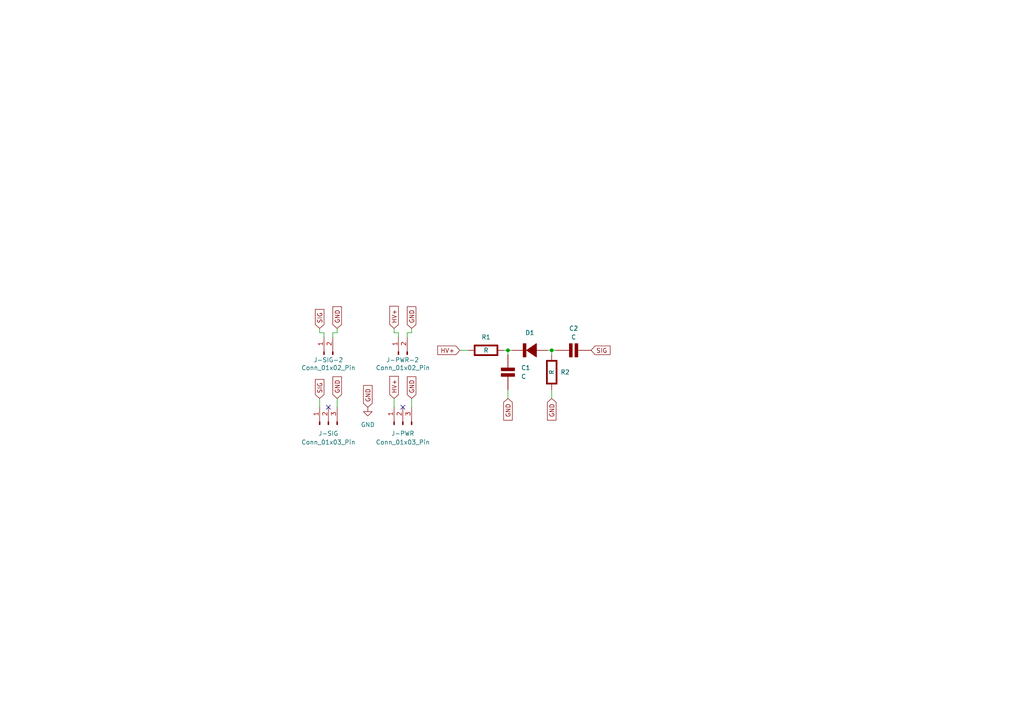
<source format=kicad_sch>
(kicad_sch (version 20231120) (generator "eeschema") (generator_version "8.0")
  (paper "A4")
  (lib_symbols
    (symbol "Connector:Conn_01x02_Pin" (pin_names (offset 1.016) hide)
      (property "Reference" "J" (at 0 2.54 0))
      (property "Value" "Conn_01x02_Pin" (at 0 -5.08 0))
      (symbol "Conn_01x02_Pin_1_1"
        (polyline (pts (xy 1.27 -2.54) (xy 0.8636 -2.54)) (stroke (width 0.1524)))
        (polyline (pts (xy 1.27 0) (xy 0.8636 0)) (stroke (width 0.1524)))
        (rectangle (start 0.8636 -2.413) (end 0 -2.667) (stroke (width 0.1524)) (fill (type outline)))
        (rectangle (start 0.8636 0.127) (end 0 -0.127) (stroke (width 0.1524)) (fill (type outline)))
        (pin passive line (at 5.08 0 180) (length 3.81) (name "Pin_1") (number "1"))
        (pin passive line (at 5.08 -2.54 180) (length 3.81) (name "Pin_2") (number "2"))
      )
    )
    (symbol "Connector:Conn_01x03_Pin" (pin_names (offset 1.016) hide)
      (property "Reference" "J" (at 0 5.08 0))
      (property "Value" "Conn_01x03_Pin" (at 0 -5.08 0))
      (symbol "Conn_01x03_Pin_1_1"
        (polyline (pts (xy 1.27 -2.54) (xy 0.8636 -2.54)) (stroke (width 0.1524)))
        (polyline (pts (xy 1.27 0) (xy 0.8636 0)) (stroke (width 0.1524)))
        (polyline (pts (xy 1.27 2.54) (xy 0.8636 2.54)) (stroke (width 0.1524)))
        (rectangle (start 0.8636 -2.413) (end 0 -2.667) (stroke (width 0.1524)) (fill (type outline)))
        (rectangle (start 0.8636 0.127) (end 0 -0.127) (stroke (width 0.1524)) (fill (type outline)))
        (rectangle (start 0.8636 2.667) (end 0 2.413) (stroke (width 0.1524)) (fill (type outline)))
        (pin passive line (at 5.08 2.54 180) (length 3.81) (name "Pin_1") (number "1"))
        (pin passive line (at 5.08 0 180) (length 3.81) (name "Pin_2") (number "2"))
        (pin passive line (at 5.08 -2.54 180) (length 3.81) (name "Pin_3") (number "3"))
      )
    )
    (symbol "PCM_Elektuur:C" (pin_numbers hide) (pin_names (offset 0) hide)
      (property "Reference" "C" (at 0.635 3.175 0))
      (property "Value" "C" (at 0.635 -3.175 0))
      (symbol "C_1_1"
        (rectangle (start -1.905 -0.4318) (end 1.905 -1.1938) (stroke (width 0.254)) (fill (type outline)))
        (rectangle (start -1.905 1.1938) (end 1.905 0.4318) (stroke (width 0.254)) (fill (type outline)))
        (pin passive line (at 0 5.08 270) (length 3.8862) (name "+") (number "1"))
        (pin passive line (at 0 -5.08 90) (length 3.8862) (name "-") (number "2"))
      )
      (symbol "C_1_2"
        (polyline (pts (xy -1.905 -1.4986) (xy 1.905 -1.4986) (xy 1.905 -0.4318) (xy -1.905 -0.4318) (xy -1.905 -1.4986) (xy -1.8034 -1.397) (xy -1.8034 -0.5334) (xy 1.8034 -0.5334) (xy 1.8034 -1.397) (xy -1.8034 -1.397) (xy -1.905 -1.4986)) (stroke (width 0.254)) (fill (type outline)))
        (polyline (pts (xy -1.905 0.4318) (xy 1.905 0.4318) (xy 1.905 1.4986) (xy -1.905 1.4986) (xy -1.905 0.4318) (xy -1.8034 0.5334) (xy -1.8034 1.397) (xy 1.8034 1.397) (xy 1.8034 0.5334) (xy -1.8034 0.5334) (xy -1.905 0.4318)) (stroke (width 0.254)) (fill (type outline)))
        (pin passive line (at 0 5.08 270) (length 3.5814) (name "+") (number "1"))
        (pin passive line (at 0 -5.08 90) (length 3.5814) (name "-") (number "2"))
      )
    )
    (symbol "PCM_Elektuur:D" (pin_numbers hide) (pin_names (offset 0) hide)
      (property "Reference" "D" (at 0.635 3.175 0))
      (property "Value" "${SIM.PARAMS}" (at 0.635 -3.175 0))
      (symbol "D_1_0"
        (pin passive line (at 0 -5.08 90) (length 3.175) (name "K-") (number "1"))
        (pin passive line (at 0 5.08 270) (length 3.175) (name "A+") (number "2"))
      )
      (symbol "D_1_1"
        (polyline (pts (xy -1.905 -1.905) (xy 1.905 -1.905) (xy 1.905 -1.143) (xy 0 -1.143) (xy 0 -0.889) (xy 1.905 1.905) (xy -1.905 1.905) (xy 0 -0.889) (xy 0 -1.143) (xy -1.905 -1.143) (xy -1.905 -1.905)) (stroke (width 0.254)) (fill (type outline)))
      )
      (symbol "D_1_2"
        (polyline (pts (xy -0.127 -1.905) (xy 1.905 -1.905) (xy 1.905 -1.143) (xy 0 -1.143) (xy 0 -0.889) (xy 1.905 1.905) (xy -0.0254 1.905) (xy -0.9652 0.5334) (xy 0 -0.889) (xy 0 -1.143) (xy -0.127 -1.143) (xy -0.127 -1.905)) (stroke (width 0.254)) (fill (type outline)))
      )
    )
    (symbol "PCM_Elektuur:R" (pin_numbers hide) (pin_names (offset 0) hide)
      (property "Reference" "R" (at 2.54 3.175 0))
      (property "Value" "R" (at 0 0 90))
      (symbol "R_1_1"
        (polyline (pts (xy -1.524 -3.429) (xy 1.524 -3.429) (xy 1.524 3.429) (xy -1.524 3.429) (xy -1.524 -3.429) (xy -1.27 -3.175) (xy -1.27 3.175) (xy 1.27 3.175) (xy 1.27 -3.175) (xy -1.27 -3.175) (xy -1.524 -3.429)) (stroke (width 0.254)) (fill (type outline)))
        (pin passive line (at 0 5.08 270) (length 1.651) (name "+") (number "1"))
        (pin passive line (at 0 -5.08 90) (length 1.651) (name "-") (number "2"))
      )
      (symbol "R_1_2"
        (polyline (pts (xy -0.508 -3.429) (xy 1.524 -3.429) (xy 1.524 3.429) (xy -0.508 3.429) (xy -0.508 3.175) (xy 1.27 3.175) (xy 1.27 -3.175) (xy -0.508 -3.175) (xy -0.508 -3.429)) (stroke (width 0.254)) (fill (type outline)))
        (pin passive line (at 0 5.08 270) (length 1.651) (name "+") (number "1"))
        (pin passive line (at 0 -5.08 90) (length 1.651) (name "-") (number "2"))
      )
      (symbol "R_1_3"
        (polyline (pts (xy 0 3.4798) (xy 0 3.2004) (xy 0.7112 2.794) (xy -1.1938 1.6764) (xy 0.7112 0.5588) (xy -1.1938 -0.5588) (xy 0.7112 -1.6764) (xy -1.1938 -2.794) (xy 0 -3.4798) (xy 0 -3.2004) (xy -0.7112 -2.794) (xy 1.1938 -1.6764) (xy -0.7112 -0.5588) (xy 1.1938 0.5588) (xy -0.7112 1.6764) (xy 1.1938 2.794) (xy 0 3.4798)) (stroke (width 0.254)) (fill (type outline)))
        (pin passive line (at 0 5.08 270) (length 1.6002) (name "+") (number "1"))
        (pin passive line (at 0 -5.08 90) (length 1.6002) (name "-") (number "2"))
      )
      (symbol "R_1_4"
        (polyline (pts (xy 0 4.5466) (xy 0 4.2672) (xy 0.0508 4.2418) (xy 1.016 3.683) (xy -1.524 2.2098) (xy 1.016 0.7366) (xy -1.524 -0.7366) (xy 1.016 -2.2098) (xy -1.524 -3.683) (xy -0.0762 -4.5212) (xy 0 -4.5466) (xy 0 -4.2672) (xy -0.0508 -4.2418) (xy -1.016 -3.683) (xy 1.524 -2.2098) (xy -1.016 -0.7366) (xy 1.524 0.7366) (xy -1.016 2.2098) (xy 1.524 3.683) (xy 0.0762 4.5212) (xy 0 4.5466)) (stroke (width 0.254)) (fill (type outline)))
        (pin passive line (at 0 5.08 270) (length 0.5334) (name "+") (number "1"))
        (pin passive line (at 0 -5.08 90) (length 0.5334) (name "-") (number "2"))
      )
    )
    (symbol "power:GND" (power) (pin_numbers hide) (pin_names (offset 0) hide)
      (property "Value" "GND" (at 0 -3.81 0))
      (symbol "GND_0_1"
        (polyline (pts (xy 0 0) (xy 0 -1.27) (xy 1.27 -1.27) (xy 0 -2.54) (xy -1.27 -1.27) (xy 0 -1.27)))
      )
      (symbol "GND_1_1"
        (pin power_in line (at 0 0 270) (length 0) (name "~") (number "1"))
      )
    )
  )
  (junction (at 147.32 101.6))
  (junction (at 160.02 101.6))
  (no_connect (at 95.25 118.11))
  (no_connect (at 116.84 118.11))
  (wire (pts (xy 93.98 96.52) (xy 93.98 97.79)))
  (wire (pts (xy 147.32 101.6) (xy 148.59 101.6)))
  (wire (pts (xy 160.02 113.03) (xy 160.02 115.57)))
  (wire (pts (xy 147.32 101.6) (xy 147.32 102.87)))
  (wire (pts (xy 92.71 96.52) (xy 93.98 96.52)))
  (wire (pts (xy 158.75 101.6) (xy 160.02 101.6)))
  (wire (pts (xy 119.38 115.57) (xy 119.38 118.11)))
  (wire (pts (xy 114.3 96.52) (xy 115.57 96.52)))
  (wire (pts (xy 119.38 95.25) (xy 119.38 96.52)))
  (wire (pts (xy 97.79 96.52) (xy 96.52 96.52)))
  (wire (pts (xy 160.02 101.6) (xy 161.29 101.6)))
  (wire (pts (xy 146.05 101.6) (xy 147.32 101.6)))
  (wire (pts (xy 147.32 113.03) (xy 147.32 115.57)))
  (wire (pts (xy 97.79 95.25) (xy 97.79 96.52)))
  (wire (pts (xy 96.52 96.52) (xy 96.52 97.79)))
  (wire (pts (xy 118.11 96.52) (xy 118.11 97.79)))
  (wire (pts (xy 115.57 96.52) (xy 115.57 97.79)))
  (wire (pts (xy 160.02 101.6) (xy 160.02 102.87)))
  (wire (pts (xy 114.3 115.57) (xy 114.3 118.11)))
  (wire (pts (xy 133.35 101.6) (xy 135.89 101.6)))
  (wire (pts (xy 119.38 96.52) (xy 118.11 96.52)))
  (wire (pts (xy 92.71 95.25) (xy 92.71 96.52)))
  (wire (pts (xy 92.71 115.57) (xy 92.71 118.11)))
  (wire (pts (xy 114.3 95.25) (xy 114.3 96.52)))
  (wire (pts (xy 97.79 115.57) (xy 97.79 118.11)))
  (global_label "GND" (shape input) (at 106.68 118.11 90) (property "Intersheetrefs" "${INTERSHEET_REFS}" (effects (hide yes))))
  (global_label "HV+" (shape input) (at 114.3 95.25 90) (property "Intersheetrefs" "${INTERSHEET_REFS}" (effects (hide yes))))
  (global_label "GND" (shape input) (at 97.79 115.57 90) (property "Intersheetrefs" "${INTERSHEET_REFS}" (effects (hide yes))))
  (global_label "HV+" (shape input) (at 114.3 115.57 90) (property "Intersheetrefs" "${INTERSHEET_REFS}" (effects (hide yes))))
  (global_label "GND" (shape input) (at 119.38 95.25 90) (property "Intersheetrefs" "${INTERSHEET_REFS}" (effects (hide yes))))
  (global_label "SIG" (shape input) (at 171.45 101.6 0) (property "Intersheetrefs" "${INTERSHEET_REFS}" (effects (hide yes))))
  (global_label "SIG" (shape input) (at 92.71 115.57 90) (property "Intersheetrefs" "${INTERSHEET_REFS}" (effects (hide yes))))
  (global_label "GND" (shape input) (at 119.38 115.57 90) (property "Intersheetrefs" "${INTERSHEET_REFS}" (effects (hide yes))))
  (global_label "SIG" (shape input) (at 92.71 95.25 90) (property "Intersheetrefs" "${INTERSHEET_REFS}" (effects (hide yes))))
  (global_label "GND" (shape input) (at 160.02 115.57 270) (property "Intersheetrefs" "${INTERSHEET_REFS}" (effects (hide yes))))
  (global_label "HV+" (shape input) (at 133.35 101.6 180) (property "Intersheetrefs" "${INTERSHEET_REFS}" (effects (hide yes))))
  (global_label "GND" (shape input) (at 97.79 95.25 90) (property "Intersheetrefs" "${INTERSHEET_REFS}" (effects (hide yes))))
  (global_label "GND" (shape input) (at 147.32 115.57 270) (property "Intersheetrefs" "${INTERSHEET_REFS}" (effects (hide yes))))
  (symbol (lib_id "Connector:Conn_01x02_Pin") (at 93.98 102.87 90) (unit 1)
    (property "Reference" "J-SIG-2" (at 90.932 104.394 90) (effects (justify right)))
    (property "Value" "Conn_01x02_Pin" (at 87.376 106.68 90) (effects (justify right)))
    (property "Footprint" "Connector_Coaxial:MMCX_Molex_73415-1471_Vertical" (effects (hide yes)))
    (property "Description" "Generic connector, single row, 01x02, script generated" (effects (hide yes)))
  )
  (symbol (lib_id "PCM_Elektuur:D") (at 153.67 101.6 270) (unit 1)
    (property "Reference" "D1" (at 153.67 96.52 90))
    (property "Value" "${SIM.PARAMS}" (at 153.67 97.79 90))
    (property "Footprint" "SiPM-FBK:ASD-RGB3S-P-40" (effects (hide yes)))
    (property "Description" "semiconductor diode" (effects (hide yes)))
    (property "Field-1" "2=1 1=2" (effects (hide yes)))
    (property "Rating" "V/A" (effects (hide yes)))
    (property "Field-1" "2=1 1=2" (effects (hide yes)))
    (property "Field-1" "2=1 1=2" (effects (hide yes)))
    (property "Field-1" "2=1 1=2" (effects (hide yes)))
    (property "Field-1" "2=1 1=2" (effects (hide yes)))
    (property "Field-1" "SPICE" (effects (hide yes)))
    (property "Field-1" "type=\"\" model=\"D\" lib=\"semiconductor.lib\"" (effects (hide yes)))
  )
  (symbol (lib_id "PCM_Elektuur:C") (at 147.32 107.95 0) (unit 1)
    (property "Reference" "C1" (at 151.13 106.6799 0) (effects (justify left)))
    (property "Value" "C" (at 151.13 109.2199 0) (effects (justify left)))
    (property "Footprint" "Custom_ThroughHole:PinHeader_1x04_P2.54mm_Vertical_Spaced" (effects (hide yes)))
    (property "Description" "capacitor, non-polarized/bipolar" (effects (hide yes)))
    (property "Indicator" "+" (effects (hide yes)))
    (property "Rating" "V" (effects (hide yes)))
  )
  (symbol (lib_id "PCM_Elektuur:R") (at 160.02 107.95 0) (unit 1)
    (property "Reference" "R2" (at 162.56 107.9499 0) (effects (justify left)))
    (property "Value" "R" (at 160.02 107.95 90))
    (property "Footprint" "Custom_ThroughHole:PinHeader_1x04_P2.54mm_Vertical_Spaced" (effects (hide yes)))
    (property "Description" "resistor" (effects (hide yes)))
    (property "Indicator" "+" (effects (hide yes)))
    (property "Rating" "W" (effects (hide yes)))
  )
  (symbol (lib_id "PCM_Elektuur:C") (at 166.37 101.6 90) (unit 1)
    (property "Reference" "C2" (at 166.37 95.25 90))
    (property "Value" "C" (at 166.37 97.79 90))
    (property "Footprint" "Custom_ThroughHole:PinHeader_1x04_P2.54mm_Vertical_Spaced" (effects (hide yes)))
    (property "Description" "capacitor, non-polarized/bipolar" (effects (hide yes)))
    (property "Indicator" "+" (effects (hide yes)))
    (property "Rating" "V" (effects (hide yes)))
  )
  (symbol (lib_id "Connector:Conn_01x03_Pin") (at 95.25 123.19 90) (unit 1)
    (property "Reference" "J-SIG" (at 95.25 125.73 90))
    (property "Value" "Conn_01x03_Pin" (at 95.25 128.27 90))
    (property "Footprint" "Connector_PinHeader_2.54mm:PinHeader_1x03_P2.54mm_Vertical" (effects (hide yes)))
    (property "Description" "Generic connector, single row, 01x03, script generated" (effects (hide yes)))
  )
  (symbol (lib_id "power:GND") (at 106.68 118.11 0) (unit 1)
    (property "Reference" "#PWR1" (effects (hide yes)))
    (property "Value" "GND" (at 106.68 123.19 0))
    (property "Description" "Power symbol creates a global label with name \"GND\" , ground" (effects (hide yes)))
  )
  (symbol (lib_id "Connector:Conn_01x03_Pin") (at 116.84 123.19 90) (unit 1)
    (property "Reference" "J-PWR" (at 116.84 125.73 90))
    (property "Value" "Conn_01x03_Pin" (at 116.84 128.27 90))
    (property "Footprint" "Connector_PinHeader_2.54mm:PinHeader_1x03_P2.54mm_Vertical" (effects (hide yes)))
    (property "Description" "Generic connector, single row, 01x03, script generated" (effects (hide yes)))
  )
  (symbol (lib_id "PCM_Elektuur:R") (at 140.97 101.6 90) (unit 1)
    (property "Reference" "R1" (at 140.97 97.79 90))
    (property "Value" "R" (at 140.97 101.6 90))
    (property "Footprint" "Custom_ThroughHole:PinHeader_1x04_P2.54mm_Vertical_Spaced" (effects (hide yes)))
    (property "Description" "resistor" (effects (hide yes)))
    (property "Indicator" "+" (effects (hide yes)))
    (property "Rating" "W" (effects (hide yes)))
  )
  (symbol (lib_id "Connector:Conn_01x02_Pin") (at 115.57 102.87 90) (unit 1)
    (property "Reference" "J-PWR-2" (at 112.014 104.394 90) (effects (justify right)))
    (property "Value" "Conn_01x02_Pin" (at 108.966 106.68 90) (effects (justify right)))
    (property "Footprint" "Connector_Coaxial:MMCX_Molex_73415-1471_Vertical" (effects (hide yes)))
    (property "Description" "Generic connector, single row, 01x02, script generated" (effects (hide yes)))
  )
)
</source>
